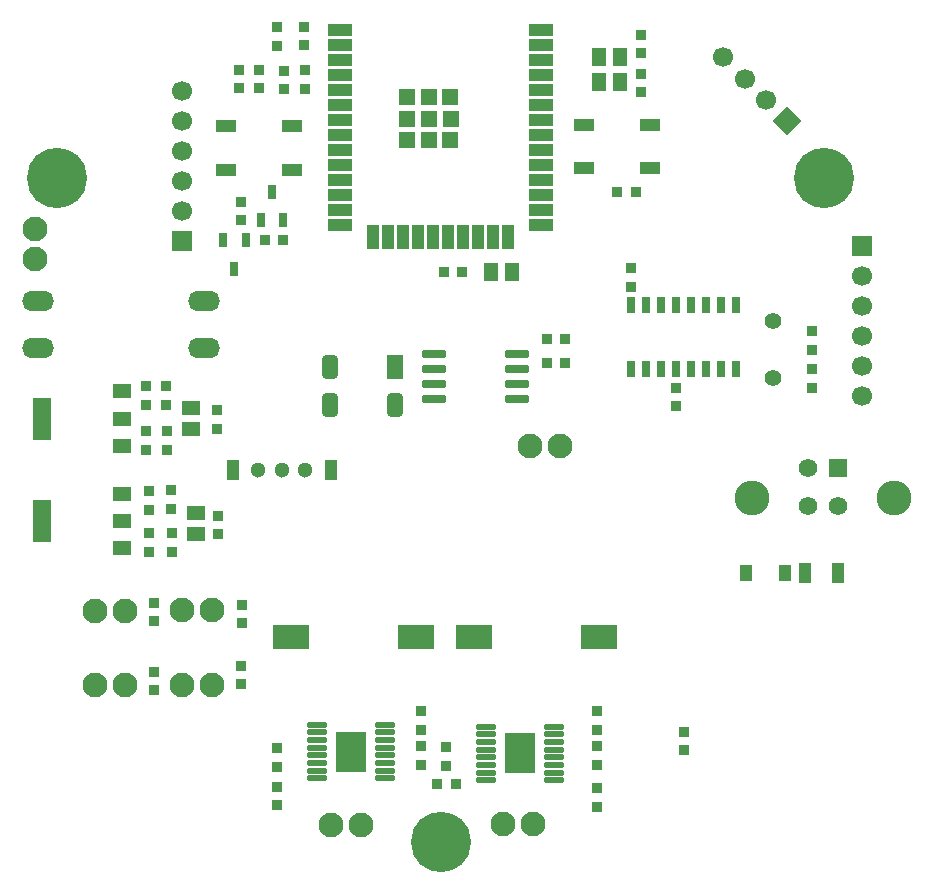
<source format=gts>
G04*
G04 #@! TF.GenerationSoftware,Altium Limited,Altium Designer,23.9.2 (47)*
G04*
G04 Layer_Color=8388736*
%FSLAX44Y44*%
%MOMM*%
G71*
G04*
G04 #@! TF.SameCoordinates,B0C4C809-8F89-4942-82D6-759F1D8726B9*
G04*
G04*
G04 #@! TF.FilePolarity,Negative*
G04*
G01*
G75*
%ADD34R,1.0000X1.8000*%
%ADD42R,2.5800X3.5000*%
G04:AMPARAMS|DCode=43|XSize=1.67mm|YSize=0.51mm|CornerRadius=0.1013mm|HoleSize=0mm|Usage=FLASHONLY|Rotation=0.000|XOffset=0mm|YOffset=0mm|HoleType=Round|Shape=RoundedRectangle|*
%AMROUNDEDRECTD43*
21,1,1.6700,0.3075,0,0,0.0*
21,1,1.4675,0.5100,0,0,0.0*
1,1,0.2025,0.7338,-0.1538*
1,1,0.2025,-0.7338,-0.1538*
1,1,0.2025,-0.7338,0.1538*
1,1,0.2025,0.7338,0.1538*
%
%ADD43ROUNDEDRECTD43*%
%ADD44R,3.1000X2.1000*%
%ADD45R,1.4000X1.4000*%
%ADD46R,1.4000X1.4000*%
%ADD47R,2.1000X1.0000*%
%ADD48R,1.0000X2.1000*%
G04:AMPARAMS|DCode=49|XSize=1.4mm|YSize=2mm|CornerRadius=0.375mm|HoleSize=0mm|Usage=FLASHONLY|Rotation=180.000|XOffset=0mm|YOffset=0mm|HoleType=Round|Shape=RoundedRectangle|*
%AMROUNDEDRECTD49*
21,1,1.4000,1.2500,0,0,180.0*
21,1,0.6500,2.0000,0,0,180.0*
1,1,0.7500,-0.3250,0.6250*
1,1,0.7500,0.3250,0.6250*
1,1,0.7500,0.3250,-0.6250*
1,1,0.7500,-0.3250,-0.6250*
%
%ADD49ROUNDEDRECTD49*%
%ADD50R,1.4000X2.0000*%
%ADD51R,0.9500X0.9500*%
%ADD52R,1.7000X1.1000*%
%ADD53R,1.5700X1.2600*%
%ADD54R,1.2600X1.5700*%
%ADD55R,0.9500X0.9500*%
G04:AMPARAMS|DCode=56|XSize=1.41mm|YSize=0.72mm|CornerRadius=0.1275mm|HoleSize=0mm|Usage=FLASHONLY|Rotation=90.000|XOffset=0mm|YOffset=0mm|HoleType=Round|Shape=RoundedRectangle|*
%AMROUNDEDRECTD56*
21,1,1.4100,0.4650,0,0,90.0*
21,1,1.1550,0.7200,0,0,90.0*
1,1,0.2550,0.2325,0.5775*
1,1,0.2550,0.2325,-0.5775*
1,1,0.2550,-0.2325,-0.5775*
1,1,0.2550,-0.2325,0.5775*
%
%ADD56ROUNDEDRECTD56*%
%ADD57R,0.9000X0.9000*%
%ADD58R,1.0100X1.3200*%
%ADD59R,0.9000X0.9000*%
G04:AMPARAMS|DCode=60|XSize=2mm|YSize=0.71mm|CornerRadius=0.0957mm|HoleSize=0mm|Usage=FLASHONLY|Rotation=180.000|XOffset=0mm|YOffset=0mm|HoleType=Round|Shape=RoundedRectangle|*
%AMROUNDEDRECTD60*
21,1,2.0000,0.5185,0,0,180.0*
21,1,1.8085,0.7100,0,0,180.0*
1,1,0.1915,-0.9043,0.2592*
1,1,0.1915,0.9043,0.2592*
1,1,0.1915,0.9043,-0.2592*
1,1,0.1915,-0.9043,-0.2592*
%
%ADD60ROUNDEDRECTD60*%
%ADD61R,1.6500X3.5500*%
%ADD62R,1.6500X1.2000*%
%ADD63R,1.6500X1.2000*%
%ADD64R,0.7000X1.2000*%
%ADD65C,2.1000*%
%ADD66R,1.7000X1.7000*%
%ADD67C,1.7000*%
%ADD68C,1.5580*%
%ADD69C,1.3000*%
%ADD70R,1.0000X1.8000*%
%ADD71P,2.4042X4X180.0*%
%ADD72O,2.7000X1.7000*%
%ADD73C,1.4000*%
%ADD74C,2.9500*%
%ADD75R,1.5580X1.5580*%
%ADD76C,5.1000*%
D34*
X336580Y-146812D02*
D03*
X308580D02*
D03*
D42*
X67308Y-299980D02*
D03*
X-75946Y-298450D02*
D03*
D43*
X96008Y-277230D02*
D03*
Y-283730D02*
D03*
Y-290230D02*
D03*
Y-296730D02*
D03*
Y-303230D02*
D03*
Y-309730D02*
D03*
Y-316230D02*
D03*
Y-322730D02*
D03*
X38608D02*
D03*
Y-316230D02*
D03*
Y-309730D02*
D03*
Y-303230D02*
D03*
Y-296730D02*
D03*
Y-290230D02*
D03*
Y-283730D02*
D03*
Y-277230D02*
D03*
X-104646Y-275700D02*
D03*
Y-282200D02*
D03*
Y-288700D02*
D03*
Y-295200D02*
D03*
Y-301700D02*
D03*
Y-308200D02*
D03*
Y-314700D02*
D03*
Y-321200D02*
D03*
X-47246D02*
D03*
Y-314700D02*
D03*
Y-308200D02*
D03*
Y-301700D02*
D03*
Y-295200D02*
D03*
Y-288700D02*
D03*
Y-282200D02*
D03*
Y-275700D02*
D03*
D44*
X28026Y-201168D02*
D03*
X134026D02*
D03*
X-20660D02*
D03*
X-126660D02*
D03*
D45*
X8143Y255849D02*
D03*
X8440Y237420D02*
D03*
X-9910D02*
D03*
X-28260D02*
D03*
X8143Y218991D02*
D03*
D46*
X-10207Y255849D02*
D03*
X-28260Y255770D02*
D03*
Y219070D02*
D03*
X-10207Y218991D02*
D03*
D47*
X-84910Y312420D02*
D03*
D03*
Y299720D02*
D03*
Y287020D02*
D03*
Y274320D02*
D03*
Y261620D02*
D03*
Y248920D02*
D03*
Y236220D02*
D03*
Y223520D02*
D03*
Y210820D02*
D03*
Y198120D02*
D03*
Y185420D02*
D03*
Y172720D02*
D03*
Y160020D02*
D03*
Y147320D02*
D03*
X85090D02*
D03*
D03*
Y160020D02*
D03*
Y172720D02*
D03*
Y185420D02*
D03*
Y198120D02*
D03*
Y210820D02*
D03*
Y223520D02*
D03*
Y236220D02*
D03*
Y248920D02*
D03*
Y287020D02*
D03*
Y299720D02*
D03*
Y312420D02*
D03*
Y274320D02*
D03*
Y261620D02*
D03*
D48*
X-57060Y137320D02*
D03*
D03*
X-44360D02*
D03*
X-31660D02*
D03*
X-18960D02*
D03*
X-6260D02*
D03*
X6440D02*
D03*
X19140D02*
D03*
X31840D02*
D03*
X44540D02*
D03*
X57240D02*
D03*
D49*
X-94048Y27430D02*
D03*
Y-4570D02*
D03*
X-39048D02*
D03*
D50*
Y27430D02*
D03*
D51*
X-138684Y-295780D02*
D03*
Y-311280D02*
D03*
X206248Y-297056D02*
D03*
Y-281556D02*
D03*
X-138684Y-343792D02*
D03*
Y-328292D02*
D03*
X-188976Y-114176D02*
D03*
X-189230Y-9522D02*
D03*
X169164Y308486D02*
D03*
X169672Y260090D02*
D03*
Y275590D02*
D03*
X4572Y-310264D02*
D03*
Y-294764D02*
D03*
X-168148Y-189868D02*
D03*
Y-174368D02*
D03*
X-168910Y-241306D02*
D03*
Y-225806D02*
D03*
X-188976Y-98676D02*
D03*
X-189230Y-25022D02*
D03*
X-242824Y-246132D02*
D03*
Y-230632D02*
D03*
X-243078Y-188090D02*
D03*
Y-172590D02*
D03*
X169164Y292986D02*
D03*
X-132588Y278006D02*
D03*
Y262506D02*
D03*
X-153924Y263138D02*
D03*
Y278638D02*
D03*
X-169164Y167008D02*
D03*
Y151508D02*
D03*
D52*
X176904Y195326D02*
D03*
X120904D02*
D03*
X176904Y232326D02*
D03*
X120904D02*
D03*
X-125864Y193886D02*
D03*
X-181864D02*
D03*
X-125864Y230886D02*
D03*
X-181864D02*
D03*
D53*
X-211074Y-25410D02*
D03*
Y-7610D02*
D03*
X-207264Y-114056D02*
D03*
Y-96256D02*
D03*
D54*
X60716Y107442D02*
D03*
X133604Y289814D02*
D03*
X133848Y268732D02*
D03*
X42916Y107442D02*
D03*
X151404Y289814D02*
D03*
X151648Y268732D02*
D03*
D55*
X17910Y107442D02*
D03*
X89532Y30988D02*
D03*
X105032D02*
D03*
Y51054D02*
D03*
X89532D02*
D03*
X-133220Y134620D02*
D03*
X-148720D02*
D03*
X2410Y107442D02*
D03*
D56*
X224282Y25078D02*
D03*
X211582D02*
D03*
X173482D02*
D03*
X198882Y80078D02*
D03*
X160782Y25078D02*
D03*
X186182D02*
D03*
X198882D02*
D03*
X186182Y80078D02*
D03*
X211582D02*
D03*
X224282D02*
D03*
X249682D02*
D03*
X236982Y25078D02*
D03*
Y80078D02*
D03*
X249682Y25078D02*
D03*
X173482Y80078D02*
D03*
X160782D02*
D03*
D57*
X-16510Y-263780D02*
D03*
Y-279780D02*
D03*
X198882Y9778D02*
D03*
Y-6222D02*
D03*
X313944Y41910D02*
D03*
Y57910D02*
D03*
X314706Y25780D02*
D03*
Y9780D02*
D03*
X132080Y-279780D02*
D03*
Y-263780D02*
D03*
Y-293498D02*
D03*
Y-309498D02*
D03*
X132334Y-345058D02*
D03*
Y-329058D02*
D03*
X-16510Y-293498D02*
D03*
Y-309498D02*
D03*
X160782Y95124D02*
D03*
Y111124D02*
D03*
X-247142Y-129412D02*
D03*
Y-113412D02*
D03*
X-227584Y-129412D02*
D03*
Y-113412D02*
D03*
X-246888Y-93852D02*
D03*
Y-77852D02*
D03*
X-249174Y-43052D02*
D03*
Y-27052D02*
D03*
X-249428Y10794D02*
D03*
Y-5206D02*
D03*
X-232410Y10794D02*
D03*
Y-5206D02*
D03*
X-231902Y-43306D02*
D03*
Y-27306D02*
D03*
X-228600Y-93344D02*
D03*
Y-77344D02*
D03*
X-114808Y278510D02*
D03*
Y262510D02*
D03*
X-170434Y263018D02*
D03*
Y279018D02*
D03*
X-115570Y315466D02*
D03*
Y299466D02*
D03*
X-138430Y315340D02*
D03*
Y299340D02*
D03*
D58*
X258707Y-147066D02*
D03*
X291457D02*
D03*
D59*
X12826Y-325628D02*
D03*
X-3174D02*
D03*
X149480Y175006D02*
D03*
X165480D02*
D03*
D60*
X64768Y38354D02*
D03*
Y25654D02*
D03*
Y12954D02*
D03*
Y254D02*
D03*
X-5332D02*
D03*
Y12954D02*
D03*
Y25654D02*
D03*
Y38354D02*
D03*
D61*
X-337534Y-16510D02*
D03*
Y-103124D02*
D03*
D62*
X-270034Y6490D02*
D03*
Y-16510D02*
D03*
Y-80124D02*
D03*
Y-103124D02*
D03*
D63*
Y-39510D02*
D03*
Y-126124D02*
D03*
D64*
X-142748Y175322D02*
D03*
X-133248Y151322D02*
D03*
X-152248D02*
D03*
X-174752Y110428D02*
D03*
X-184252Y134428D02*
D03*
X-165252D02*
D03*
D65*
X-218694Y-241808D02*
D03*
X-193294D02*
D03*
X-267208D02*
D03*
X-292608D02*
D03*
X-193294Y-178308D02*
D03*
X-218694D02*
D03*
X-267462Y-179324D02*
D03*
X-292862D02*
D03*
X52324Y-359410D02*
D03*
X77724D02*
D03*
X-67564Y-360680D02*
D03*
X-92964D02*
D03*
X100584Y-39624D02*
D03*
X75184Y-39624D02*
D03*
X-343408Y144018D02*
D03*
Y118618D02*
D03*
D66*
X356870Y129286D02*
D03*
X-219456Y133858D02*
D03*
D67*
X356870Y53086D02*
D03*
X257212Y271362D02*
D03*
X275172Y253402D02*
D03*
X239251Y289323D02*
D03*
X356870Y2286D02*
D03*
Y103886D02*
D03*
Y78486D02*
D03*
X356870Y27686D02*
D03*
X-219456Y260858D02*
D03*
Y210058D02*
D03*
Y159258D02*
D03*
Y184658D02*
D03*
X-219456Y235458D02*
D03*
D68*
X311042Y-58424D02*
D03*
X311042Y-90424D02*
D03*
X336042D02*
D03*
D69*
X-114808Y-60198D02*
D03*
X-134808Y-60198D02*
D03*
X-154808Y-60198D02*
D03*
D70*
X-93308Y-60198D02*
D03*
X-176308D02*
D03*
D71*
X293133Y235441D02*
D03*
D72*
X-340868Y43312D02*
D03*
Y83312D02*
D03*
X-200868D02*
D03*
Y43312D02*
D03*
D73*
X281432Y66040D02*
D03*
Y18040D02*
D03*
D74*
X383542Y-83324D02*
D03*
X263542Y-83324D02*
D03*
D75*
X336042Y-58424D02*
D03*
D76*
X0Y-374650D02*
D03*
X324800Y187500D02*
D03*
X-324684D02*
D03*
M02*

</source>
